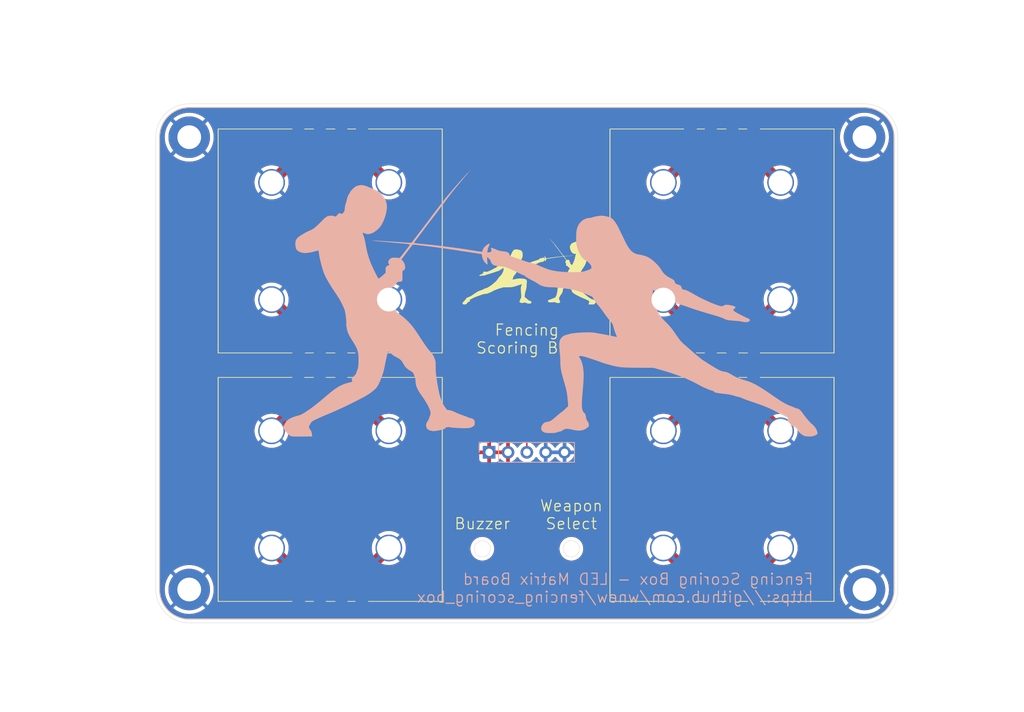
<source format=kicad_pcb>
(kicad_pcb (version 20240108) (generator "pcbnew") (generator_version "8.0")
  (layers (0 "F.Cu" signal) (31 "B.Cu" signal) (34 "B.Paste" user) (35 "F.Paste" user) (36 "B.SilkS" user "B.Silkscreen") (37 "F.SilkS" user "F.Silkscreen") (38 "B.Mask" user) (39 "F.Mask" user) (44 "Edge.Cuts" user))
  (net 0 "")
  (net 1 "GND")
  (net 2 "Net-(J2-Pin_3)")
  (net 3 "5V")
  (net 4 "Net-(U1-Output)")
  (net 5 "Net-(U2-Output)")
  (net 6 "Net-(U3-Output)")
  (footprint "MountingHole:MountingHole_3.2mm_M3_DIN965_Pad" (layer "F.Cu") (at 195.5 53.5)
    (property "Reference" "H2" (hide yes))
    (property "Value" "MountingHole_Pad" (hide yes))
    (pad "1" thru_hole circle (at 0 0) (size 5.6 5.6) (drill 3.2) (layers "*.Cu" "*.Mask") (net 1 "GND"))
  )
  (footprint "my_library:WS2812b_4x4_matrix" (layer "F.Cu") (at 180.55 115 90)
    (property "Reference" "U3" (hide yes))
    (property "Value" "~" (hide yes))
    (pad "1" smd roundrect (at 0 0 180) (size 1.5 4) (layers "F.Cu" "F.Paste" "F.Mask") (net 1 "GND"))
    (pad "2" smd roundrect (at 0 -2.85 180) (size 1.5 4) (layers "F.Cu" "F.Paste" "F.Mask") (net 5 "Net-(U2-Output)"))
    (pad "3" smd roundrect (at 0 -5.75 180) (size 1.5 4) (layers "F.Cu" "F.Paste" "F.Mask") (net 3 "5V"))
    (pad "4" smd roundrect (at 0 -8.5 180) (size 1.5 4) (layers "F.Cu" "F.Paste" "F.Mask") (net 1 "GND"))
    (pad "5" smd roundrect (at 28 -8.5 180) (size 1.5 4) (layers "F.Cu" "F.Paste" "F.Mask") (net 1 "GND"))
    (pad "6" smd roundrect (at 28 -5.75 180) (size 1.5 4) (layers "F.Cu" "F.Paste" "F.Mask") (net 3 "5V"))
    (pad "7" smd roundrect (at 28 -2.85 180) (size 1.5 4) (layers "F.Cu" "F.Paste" "F.Mask") (net 6 "Net-(U3-Output)"))
    (pad "8" smd roundrect (at 28 0 180) (size 1.5 4) (layers "F.Cu" "F.Paste" "F.Mask") (net 1 "GND"))
    (pad "9" thru_hole circle (at 6.1 -12.15 90) (size 3.6 3.6) (drill 3.2) (layers "*.Cu" "*.Mask") (net 1 "GND"))
    (pad "9" thru_hole circle (at 6.1 3.65 90) (size 3.6 3.6) (drill 3.2) (layers "*.Cu" "*.Mask") (net 1 "GND"))
    (pad "9" thru_hole circle (at 21.9 -12.15 90) (size 3.6 3.6) (drill 3.2) (layers "*.Cu" "*.Mask") (net 1 "GND"))
    (pad "9" thru_hole circle (at 21.9 3.65 90) (size 3.6 3.6) (drill 3.2) (layers "*.Cu" "*.Mask") (net 1 "GND"))
  )
  (footprint "MountingHole:MountingHole_3.2mm_M3_DIN965_Pad" (layer "F.Cu") (at 104.5 114.5)
    (property "Reference" "H3" (hide yes))
    (property "Value" "MountingHole_Pad" (hide yes))
    (pad "1" thru_hole circle (at 0 0) (size 5.6 5.6) (drill 3.2) (layers "*.Cu" "*.Mask") (net 1 "GND"))
  )
  (footprint "MountingHole:MountingHole_3.2mm_M3_DIN965_Pad" (layer "F.Cu") (at 195.5 114.5)
    (property "Reference" "H4" (hide yes))
    (property "Value" "MountingHole_Pad" (hide yes))
    (pad "1" thru_hole circle (at 0 0) (size 5.6 5.6) (drill 3.2) (layers "*.Cu" "*.Mask") (net 1 "GND"))
  )
  (footprint "my_library:WS2812b_4x4_matrix" (layer "F.Cu") (at 119.25 53.5 -90)
    (property "Reference" "U1" (hide yes))
    (property "Value" "~" (hide yes))
    (pad "1" smd roundrect (at 0 0) (size 1.5 4) (layers "F.Cu" "F.Paste" "F.Mask") (net 1 "GND"))
    (pad "2" smd roundrect (at 0 -2.85) (size 1.5 4) (layers "F.Cu" "F.Paste" "F.Mask") (net 2 "Net-(J2-Pin_3)"))
    (pad "3" smd roundrect (at 0 -5.75) (size 1.5 4) (layers "F.Cu" "F.Paste" "F.Mask") (net 3 "5V"))
    (pad "4" smd roundrect (at 0 -8.5) (size 1.5 4) (layers "F.Cu" "F.Paste" "F.Mask") (net 1 "GND"))
    (pad "5" smd roundrect (at 28 -8.5) (size 1.5 4) (layers "F.Cu" "F.Paste" "F.Mask") (net 1 "GND"))
    (pad "6" smd roundrect (at 28 -5.75) (size 1.5 4) (layers "F.Cu" "F.Paste" "F.Mask") (net 3 "5V"))
    (pad "7" smd roundrect (at 28 -2.85) (size 1.5 4) (layers "F.Cu" "F.Paste" "F.Mask") (net 4 "Net-(U1-Output)"))
    (pad "8" smd roundrect (at 28 0) (size 1.5 4) (layers "F.Cu" "F.Paste" "F.Mask") (net 1 "GND"))
    (pad "9" thru_hole circle (at 6.1 -12.15 270) (size 3.6 3.6) (drill 3.2) (layers "*.Cu" "*.Mask") (net 1 "GND"))
    (pad "9" thru_hole circle (at 6.1 3.65 270) (size 3.6 3.6) (drill 3.2) (layers "*.Cu" "*.Mask") (net 1 "GND"))
    (pad "9" thru_hole circle (at 21.9 -12.15 270) (size 3.6 3.6) (drill 3.2) (layers "*.Cu" "*.Mask") (net 1 "GND"))
    (pad "9" thru_hole circle (at 21.9 3.65 270) (size 3.6 3.6) (drill 3.2) (layers "*.Cu" "*.Mask") (net 1 "GND"))
  )
  (footprint "my_library:WS2812b_4x4_matrix" (layer "F.Cu") (at 119.25 87 -90)
    (property "Reference" "U2" (hide yes))
    (property "Value" "~" (hide yes))
    (pad "1" smd roundrect (at 0 0) (size 1.5 4) (layers "F.Cu" "F.Paste" "F.Mask") (net 1 "GND"))
    (pad "2" smd roundrect (at 0 -2.85) (size 1.5 4) (layers "F.Cu" "F.Paste" "F.Mask") (net 4 "Net-(U1-Output)"))
    (pad "3" smd roundrect (at 0 -5.75) (size 1.5 4) (layers "F.Cu" "F.Paste" "F.Mask") (net 3 "5V"))
    (pad "4" smd roundrect (at 0 -8.5) (size 1.5 4) (layers "F.Cu" "F.Paste" "F.Mask") (net 1 "GND"))
    (pad "5" smd roundrect (at 28 -8.5) (size 1.5 4) (layers "F.Cu" "F.Paste" "F.Mask") (net 1 "GND"))
    (pad "6" smd roundrect (at 28 -5.75) (size 1.5 4) (layers "F.Cu" "F.Paste" "F.Mask") (net 3 "5V"))
    (pad "7" smd roundrect (at 28 -2.85) (size 1.5 4) (layers "F.Cu" "F.Paste" "F.Mask") (net 5 "Net-(U2-Output)"))
    (pad "8" smd roundrect (at 28 0) (size 1.5 4) (layers "F.Cu" "F.Paste" "F.Mask") (net 1 "GND"))
    (pad "9" thru_hole circle (at 6.1 -12.15 270) (size 3.6 3.6) (drill 3.2) (layers "*.Cu" "*.Mask") (net 1 "GND"))
    (pad "9" thru_hole circle (at 6.1 3.65 270) (size 3.6 3.6) (drill 3.2) (layers "*.Cu" "*.Mask") (net 1 "GND"))
    (pad "9" thru_hole circle (at 21.9 -12.15 270) (size 3.6 3.6) (drill 3.2) (layers "*.Cu" "*.Mask") (net 1 "GND"))
    (pad "9" thru_hole circle (at 21.9 3.65 270) (size 3.6 3.6) (drill 3.2) (layers "*.Cu" "*.Mask") (net 1 "GND"))
  )
  (footprint "my_library:WS2812b_4x4_matrix" (layer "F.Cu") (at 180.55 81.5 90)
    (property "Reference" "U4" (hide yes))
    (property "Value" "~" (hide yes))
    (pad "1" smd roundrect (at 0 0 180) (size 1.5 4) (layers "F.Cu" "F.Paste" "F.Mask") (net 1 "GND"))
    (pad "2" smd roundrect (at 0 -2.85 180) (size 1.5 4) (layers "F.Cu" "F.Paste" "F.Mask") (net 6 "Net-(U3-Output)"))
    (pad "3" smd roundrect (at 0 -5.75 180) (size 1.5 4) (layers "F.Cu" "F.Paste" "F.Mask") (net 3 "5V"))
    (pad "4" smd roundrect (at 0 -8.5 180) (size 1.5 4) (layers "F.Cu" "F.Paste" "F.Mask") (net 1 "GND"))
    (pad "5" smd roundrect (at 28 -8.5 180) (size 1.5 4) (layers "F.Cu" "F.Paste" "F.Mask") (net 1 "GND"))
    (pad "6" smd roundrect (at 28 -5.75 180) (size 1.5 4) (layers "F.Cu" "F.Paste" "F.Mask") (net 3 "5V"))
    (pad "7" smd roundrect (at 28 -2.85 180) (size 1.5 4) (layers "F.Cu" "F.Paste" "F.Mask"))
    (pad "8" smd roundrect (at 28 0 180) (size 1.5 4) (layers "F.Cu" "F.Paste" "F.Mask") (net 1 "GND"))
    (pad "9" thru_hole circle (at 6.1 -12.15 90) (size 3.6 3.6) (drill 3.2) (layers "*.Cu" "*.Mask") (net 1 "GND"))
    (pad "9" thru_hole circle (at 6.1 3.65 90) (size 3.6 3.6) (drill 3.2) (layers "*.Cu" "*.Mask") (net 1 "GND"))
    (pad "9" thru_hole circle (at 21.9 -12.15 90) (size 3.6 3.6) (drill 3.2) (layers "*.Cu" "*.Mask") (net 1 "GND"))
    (pad "9" thru_hole circle (at 21.9 3.65 90) (size 3.6 3.6) (drill 3.2) (layers "*.Cu" "*.Mask") (net 1 "GND"))
  )
  (footprint "MountingHole:MountingHole_3.2mm_M3_DIN965_Pad" (layer "F.Cu") (at 104.5 53.5)
    (property "Reference" "H1" (hide yes))
    (property "Value" "MountingHole_Pad" (hide yes))
    (pad "1" thru_hole circle (at 0 0) (size 5.6 5.6) (drill 3.2) (layers "*.Cu" "*.Mask") (net 1 "GND"))
  )
  (footprint "Graphics:Fencers_20mm_h" (layer "F.Cu") (at 150.645168 71.899493)
    (property "Reference" "G***" (hide yes))
    (property "Value" "LOGO" (hide yes))
  )
  (footprint "Graphics:Fencers_40mm_h" (layer "B.Cu") (at 151.8 77.2 180)
    (property "Reference" "G***" (hide yes))
    (property "Value" "LOGO" (hide yes))
  )
  (footprint "Connector_PinHeader_2.54mm:PinHeader_1x05_P2.54mm_Vertical" (layer "B.Cu") (at 144.92 96 -90)
    (property "Reference" "J2" (hide yes))
    (property "Value" "Conn_01x05_Pin" (hide yes))
    (pad "1" thru_hole rect (at 0 0 270) (size 1.7 1.7) (drill 1) (layers "*.Cu" "*.Mask") (net 3 "5V"))
    (pad "2" thru_hole oval (at 0 -2.54 270) (size 1.7 1.7) (drill 1) (layers "*.Cu" "*.Mask") (net 3 "5V"))
    (pad "3" thru_hole oval (at 0 -5.08 270) (size 1.7 1.7) (drill 1) (layers "*.Cu" "*.Mask") (net 2 "Net-(J2-Pin_3)"))
    (pad "4" thru_hole oval (at 0 -7.62 270) (size 1.7 1.7) (drill 1) (layers "*.Cu" "*.Mask") (net 1 "GND"))
    (pad "5" thru_hole oval (at 0 -10.16 270) (size 1.7 1.7) (drill 1) (layers "*.Cu" "*.Mask") (net 1 "GND"))
  )
  (gr_arc (start 199.5 114.5) (mid 198.328427 117.328427) (end 195.5 118.5) (stroke (width 0.1)) (layer "B.SilkS"))
  (gr_arc (start 104.5 118.5) (mid 101.671573 117.328427) (end 100.5 114.5) (stroke (width 0.1)) (layer "B.SilkS"))
  (gr_line (start 104.5 49.5) (end 195.5 49.5) (stroke (width 0.1)) (layer "B.SilkS"))
  (gr_line (start 195.5 118.5) (end 104.5 118.5) (stroke (width 0.1)) (layer "B.SilkS"))
  (gr_line (start 199.5 53.5) (end 199.5 114.5) (stroke (width 0.1)) (layer "B.SilkS"))
  (gr_arc (start 100.5 53.5) (mid 101.671573 50.671573) (end 104.5 49.5) (stroke (width 0.1)) (layer "B.SilkS"))
  (gr_line (start 100.5 114.5) (end 100.5 53.5) (stroke (width 0.1)) (layer "B.SilkS"))
  (gr_arc (start 195.5 49.5) (mid 198.328427 50.671573) (end 199.5 53.5) (stroke (width 0.1)) (layer "B.SilkS"))
  (gr_line (start 199.5 53.5) (end 199.5 114.5) (stroke (width 0.1)) (layer "F.SilkS"))
  (gr_line (start 104.5 49.5) (end 195.5 49.5) (stroke (width 0.1)) (layer "F.SilkS"))
  (gr_line (start 195.5 118.5) (end 104.5 118.5) (stroke (width 0.1)) (layer "F.SilkS"))
  (gr_arc (start 199.5 114.5) (mid 198.328427 117.328427) (end 195.5 118.5) (stroke (width 0.1)) (layer "F.SilkS"))
  (gr_line (start 100.5 114.5) (end 100.5 53.5) (stroke (width 0.1)) (layer "F.SilkS"))
  (gr_arc (start 104.5 118.5) (mid 101.671573 117.328427) (end 100.5 114.5) (stroke (width 0.1)) (layer "F.SilkS"))
  (gr_arc (start 195.5 49.5) (mid 198.328427 50.671573) (end 199.5 53.5) (stroke (width 0.1)) (layer "F.SilkS"))
  (gr_arc (start 100.5 53.5) (mid 101.671573 50.671573) (end 104.5 49.5) (stroke (width 0.1)) (layer "F.SilkS"))
  (gr_line (start 104.5 49) (end 195.5 49) (stroke (width 0.05)) (layer "Edge.Cuts"))
  (gr_arc (start 200 114.5) (mid 198.681981 117.681981) (end 195.5 119) (stroke (width 0.05)) (layer "Edge.Cuts"))
  (gr_circle (center 144 109) (end 144 107.9) (stroke (width 0.05)) (fill none) (layer "Edge.Cuts"))
  (gr_arc (start 100 53.5) (mid 101.318019 50.318019) (end 104.5 49) (stroke (width 0.05)) (layer "Edge.Cuts"))
  (gr_arc (start 104.5 119) (mid 101.318019 117.681981) (end 100 114.5) (stroke (width 0.05)) (layer "Edge.Cuts"))
  (gr_arc (start 195.5 49) (mid 198.681981 50.318019) (end 200 53.5) (stroke (width 0.05)) (layer "Edge.Cuts"))
  (gr_line (start 100 114.5) (end 100 53.5) (stroke (width 0.05)) (layer "Edge.Cuts"))
  (gr_line (start 195.5 119) (end 104.5 119) (stroke (width 0.05)) (layer "Edge.Cuts"))
  (gr_line (start 200 53.5) (end 200 114.5) (stroke (width 0.05)) (layer "Edge.Cuts"))
  (gr_circle (center 156 109) (end 156 107.9) (stroke (width 0.05)) (fill none) (layer "Edge.Cuts"))
  (gr_text "Fencing Scoring Box - LED Matrix Board\nhttps://github.com/wnew/fencing_scoring_box" (at 188.7 116.4 0) (layer "B.SilkS") (effects (font (size 1.5 1.5)) (justify left bottom mirror)))
  (gr_text "Weapon\nSelect" (at 156 106.5 0) (layer "F.SilkS") (effects (font (size 1.5 1.5)) (justify bottom)))
  (gr_text "Fencing\nScoring Box" (at 150 82.8 0) (layer "F.SilkS") (effects (font (size 1.5 1.5)) (justify bottom)))
  (gr_text "Buzzer" (at 144 106.5 0) (layer "F.SilkS") (effects (font (size 1.5 1.5)) (justify bottom)))
  (segment (start 127.75 89.45) (end 131.4 93.1) (width 1.5) (layer "F.Cu") (net 1))
  (segment (start 180.55 79.05) (end 184.2 75.4) (width 1.5) (layer "F.Cu") (net 1))
  (segment (start 119.25 81.5) (end 119.25 79.05) (width 1.5) (layer "F.Cu") (net 1))
  (segment (start 127.75 81.5) (end 127.75 87) (width 1.5) (layer "F.Cu") (net 1))
  (segment (start 180.55 53.5) (end 180.55 55.95) (width 1.5) (layer "F.Cu") (net 1))
  (segment (start 127.75 79.05) (end 131.4 75.4) (width 1.5) (layer "F.Cu") (net 1))
  (segment (start 180.55 115) (end 180.55 112.55) (width 1.5) (layer "F.Cu") (net 1))
  (segment (start 172.05 53.5) (end 172.05 55.95) (width 1.5) (layer "F.Cu") (net 1))
  (segment (start 180.55 55.95) (end 184.2 59.6) (width 1.5) (layer "F.Cu") (net 1))
  (segment (start 180.55 81.5) (end 180.55 87) (width 1.5) (layer "F.Cu") (net 1))
  (segment (start 119.25 89.45) (end 115.6 93.1) (width 1.5) (layer "F.Cu") (net 1))
  (segment (start 127.75 53.5) (end 127.75 55.95) (width 1.5) (layer "F.Cu") (net 1))
  (segment (start 172.05 79.05) (end 168.4 75.4) (width 1.5) (layer "F.Cu") (net 1))
  (segment (start 119.25 115) (end 119.25 112.55) (width 1.5) (layer "F.Cu") (net 1))
  (segment (start 119.25 79.05) (end 115.6 75.4) (width 1.5) (layer "F.Cu") (net 1))
  (segment (start 180.55 89.45) (end 184.2 93.1) (width 1.5) (layer "F.Cu") (net 1))
  (segment (start 172.05 115) (end 172.05 112.55) (width 1.5) (layer "F.Cu") (net 1))
  (segment (start 127.75 81.5) (end 127.75 79.05) (width 1.5) (layer "F.Cu") (net 1))
  (segment (start 119.25 81.5) (end 119.25 87) (width 1.5) (layer "F.Cu") (net 1))
  (segment (start 172.05 87) (end 172.05 89.45) (width 1.5) (layer "F.Cu") (net 1))
  (segment (start 127.75 87) (end 127.75 89.45) (width 1.5) (layer "F.Cu") (net 1))
  (segment (start 119.25 55.95) (end 115.6 59.6) (width 1.5) (layer "F.Cu") (net 1))
  (segment (start 119.25 53.5) (end 119.25 55.95) (width 1.5) (layer "F.Cu") (net 1))
  (segment (start 127.75 112.55) (end 131.4 108.9) (width 1.5) (layer "F.Cu") (net 1))
  (segment (start 119.25 112.55) (end 115.6 108.9) (width 1.5) (layer "F.Cu") (net 1))
  (segment (start 172.05 112.55) (end 168.4 108.9) (width 1.5) (layer "F.Cu") (net 1))
  (segment (start 180.55 87) (end 180.55 89.45) (width 1.5) (layer "F.Cu") (net 1))
  (segment (start 180.55 81.5) (end 180.55 79.05) (width 1.5) (layer "F.Cu") (net 1))
  (segment (start 127.75 115) (end 127.75 112.55) (width 1.5) (layer "F.Cu") (net 1))
  (segment (start 172.05 81.5) (end 172.05 79.05) (width 1.5) (layer "F.Cu") (net 1))
  (segment (start 180.55 112.55) (end 184.2 108.9) (width 1.5) (layer "F.Cu") (net 1))
  (segment (start 172.05 55.95) (end 168.4 59.6) (width 1.5) (layer "F.Cu") (net 1))
  (segment (start 119.25 81.55) (end 119.3 81.6) (width 0.2) (layer "F.Cu") (net 1))
  (segment (start 172.05 89.45) (end 168.4 93.1) (width 1.5) (layer "F.Cu") (net 1))
  (segment (start 119.25 87) (end 119.25 89.45) (width 1.5) (layer "F.Cu") (net 1))
  (segment (start 127.75 55.95) (end 131.4 59.6) (width 1.5) (layer "F.Cu") (net 1))
  (segment (start 150 96) (end 150 86.9) (width 0.2) (layer "F.Cu") (net 2))
  (segment (start 150 86.9) (end 122.1 59) (width 0.2) (layer "F.Cu") (net 2))
  (segment (start 122.1 59) (end 122.1 53.5) (width 0.2) (layer "F.Cu") (net 2))
  (segment (start 122.1 81.5) (end 122.1 87) (width 0.2) (layer "F.Cu") (net 4))
  (segment (start 122.1 113) (end 130.2 104.9) (width 0.2) (layer "F.Cu") (net 5))
  (segment (start 122.1 115) (end 122.1 113) (width 0.2) (layer "F.Cu") (net 5))
  (segment (start 177.7 115) (end 177.7 113) (width 0.2) (layer "F.Cu") (net 5))
  (segment (start 177.7 113) (end 169.6 104.9) (width 0.2) (layer "F.Cu") (net 5))
  (segment (start 130.2 104.9) (end 169.6 104.9) (width 0.2) (layer "F.Cu") (net 5))
  (segment (start 177.7 87) (end 177.7 81.5) (width 0.2) (layer "F.Cu") (net 6))
  (zone (net 3) (net_name "5V") (layer "F.Cu") (connect_pads (clearance 0.5)) (min_thickness 0.25) (fill yes (thermal_gap 0.5) (thermal_bridge_width 0.5))
    (polygon (pts (xy 211 40) (xy 209 129) (xy 88 128) (xy 89 40)))
  )
  (zone (net 1) (net_name "GND") (layer "B.Cu") (priority 1) (connect_pads (clearance 0.5)) (min_thickness 0.25) (fill yes (thermal_gap 0.5) (thermal_bridge_width 0.5))
    (polygon (pts (xy 87 36) (xy 217 35) (xy 217 131) (xy 79 130)))
  )
)
</source>
